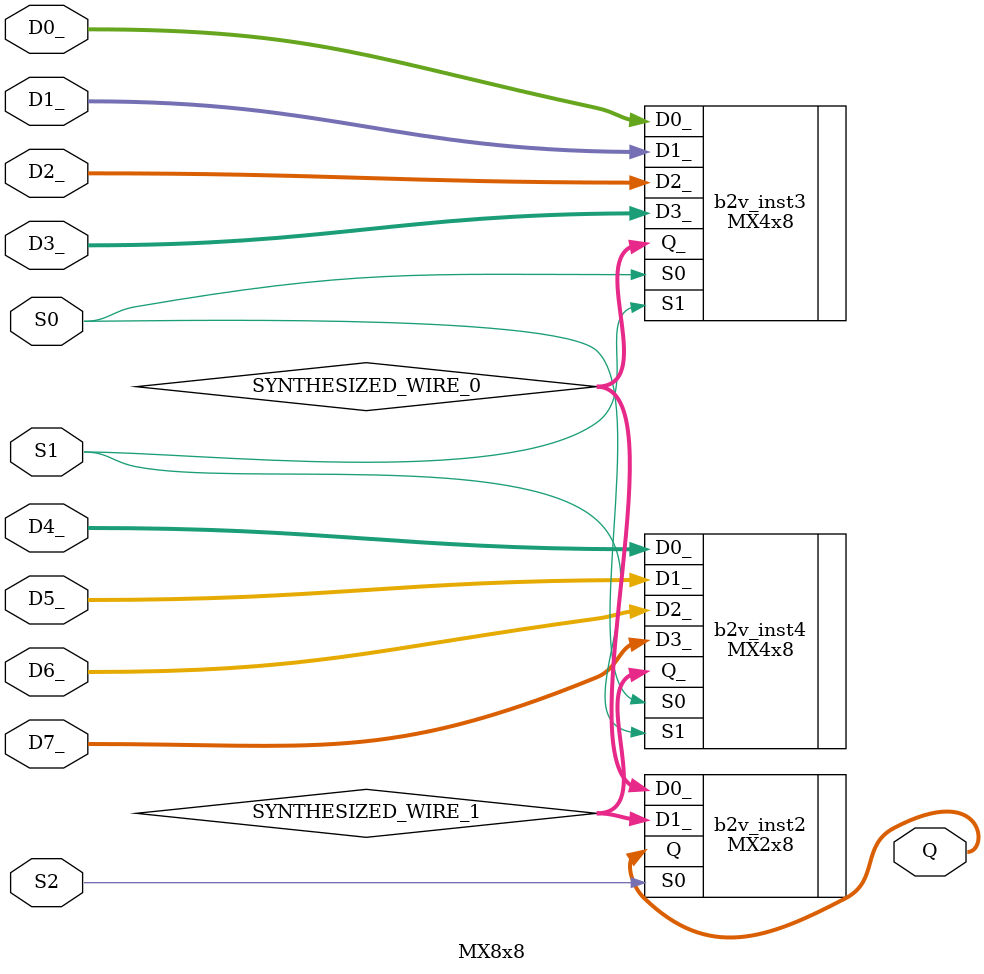
<source format=v>


module MX8x8(
	S1,
	S0,
	S2,
	D0_,
	D1_,
	D2_,
	D3_,
	D4_,
	D5_,
	D6_,
	D7_,
	Q
);


input wire	S1;
input wire	S0;
input wire	S2;
input wire	[7:0] D0_;
input wire	[7:0] D1_;
input wire	[7:0] D2_;
input wire	[7:0] D3_;
input wire	[7:0] D4_;
input wire	[7:0] D5_;
input wire	[7:0] D6_;
input wire	[7:0] D7_;
output wire	[7:0] Q;

wire	[7:0] SYNTHESIZED_WIRE_0;
wire	[7:0] SYNTHESIZED_WIRE_1;





MX2x8	b2v_inst2(
	.S0(S2),
	.D0_(SYNTHESIZED_WIRE_0),
	.D1_(SYNTHESIZED_WIRE_1),
	.Q(Q));


MX4x8	b2v_inst3(
	.S1(S1),
	.S0(S0),
	.D0_(D0_),
	.D1_(D1_),
	.D2_(D2_),
	.D3_(D3_),
	.Q_(SYNTHESIZED_WIRE_0));


MX4x8	b2v_inst4(
	.S1(S1),
	.S0(S0),
	.D0_(D4_),
	.D1_(D5_),
	.D2_(D6_),
	.D3_(D7_),
	.Q_(SYNTHESIZED_WIRE_1));


endmodule

</source>
